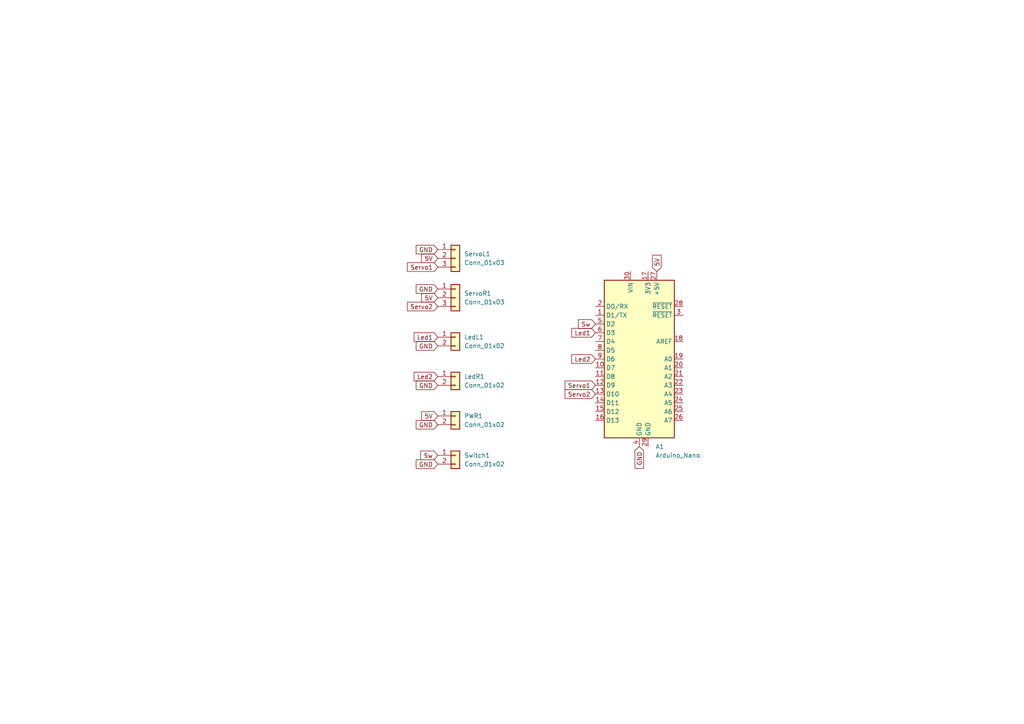
<source format=kicad_sch>
(kicad_sch
	(version 20250114)
	(generator "eeschema")
	(generator_version "9.0")
	(uuid "a9079cb0-8032-4aec-92cd-e8ec86df8e07")
	(paper "A4")
	(lib_symbols
		(symbol "Connector_Generic:Conn_01x02"
			(pin_names
				(offset 1.016)
				(hide yes)
			)
			(exclude_from_sim no)
			(in_bom yes)
			(on_board yes)
			(property "Reference" "J"
				(at 0 2.54 0)
				(effects
					(font
						(size 1.27 1.27)
					)
				)
			)
			(property "Value" "Conn_01x02"
				(at 0 -5.08 0)
				(effects
					(font
						(size 1.27 1.27)
					)
				)
			)
			(property "Footprint" ""
				(at 0 0 0)
				(effects
					(font
						(size 1.27 1.27)
					)
					(hide yes)
				)
			)
			(property "Datasheet" "~"
				(at 0 0 0)
				(effects
					(font
						(size 1.27 1.27)
					)
					(hide yes)
				)
			)
			(property "Description" "Generic connector, single row, 01x02, script generated (kicad-library-utils/schlib/autogen/connector/)"
				(at 0 0 0)
				(effects
					(font
						(size 1.27 1.27)
					)
					(hide yes)
				)
			)
			(property "ki_keywords" "connector"
				(at 0 0 0)
				(effects
					(font
						(size 1.27 1.27)
					)
					(hide yes)
				)
			)
			(property "ki_fp_filters" "Connector*:*_1x??_*"
				(at 0 0 0)
				(effects
					(font
						(size 1.27 1.27)
					)
					(hide yes)
				)
			)
			(symbol "Conn_01x02_1_1"
				(rectangle
					(start -1.27 1.27)
					(end 1.27 -3.81)
					(stroke
						(width 0.254)
						(type default)
					)
					(fill
						(type background)
					)
				)
				(rectangle
					(start -1.27 0.127)
					(end 0 -0.127)
					(stroke
						(width 0.1524)
						(type default)
					)
					(fill
						(type none)
					)
				)
				(rectangle
					(start -1.27 -2.413)
					(end 0 -2.667)
					(stroke
						(width 0.1524)
						(type default)
					)
					(fill
						(type none)
					)
				)
				(pin passive line
					(at -5.08 0 0)
					(length 3.81)
					(name "Pin_1"
						(effects
							(font
								(size 1.27 1.27)
							)
						)
					)
					(number "1"
						(effects
							(font
								(size 1.27 1.27)
							)
						)
					)
				)
				(pin passive line
					(at -5.08 -2.54 0)
					(length 3.81)
					(name "Pin_2"
						(effects
							(font
								(size 1.27 1.27)
							)
						)
					)
					(number "2"
						(effects
							(font
								(size 1.27 1.27)
							)
						)
					)
				)
			)
			(embedded_fonts no)
		)
		(symbol "Connector_Generic:Conn_01x03"
			(pin_names
				(offset 1.016)
				(hide yes)
			)
			(exclude_from_sim no)
			(in_bom yes)
			(on_board yes)
			(property "Reference" "J"
				(at 0 5.08 0)
				(effects
					(font
						(size 1.27 1.27)
					)
				)
			)
			(property "Value" "Conn_01x03"
				(at 0 -5.08 0)
				(effects
					(font
						(size 1.27 1.27)
					)
				)
			)
			(property "Footprint" ""
				(at 0 0 0)
				(effects
					(font
						(size 1.27 1.27)
					)
					(hide yes)
				)
			)
			(property "Datasheet" "~"
				(at 0 0 0)
				(effects
					(font
						(size 1.27 1.27)
					)
					(hide yes)
				)
			)
			(property "Description" "Generic connector, single row, 01x03, script generated (kicad-library-utils/schlib/autogen/connector/)"
				(at 0 0 0)
				(effects
					(font
						(size 1.27 1.27)
					)
					(hide yes)
				)
			)
			(property "ki_keywords" "connector"
				(at 0 0 0)
				(effects
					(font
						(size 1.27 1.27)
					)
					(hide yes)
				)
			)
			(property "ki_fp_filters" "Connector*:*_1x??_*"
				(at 0 0 0)
				(effects
					(font
						(size 1.27 1.27)
					)
					(hide yes)
				)
			)
			(symbol "Conn_01x03_1_1"
				(rectangle
					(start -1.27 3.81)
					(end 1.27 -3.81)
					(stroke
						(width 0.254)
						(type default)
					)
					(fill
						(type background)
					)
				)
				(rectangle
					(start -1.27 2.667)
					(end 0 2.413)
					(stroke
						(width 0.1524)
						(type default)
					)
					(fill
						(type none)
					)
				)
				(rectangle
					(start -1.27 0.127)
					(end 0 -0.127)
					(stroke
						(width 0.1524)
						(type default)
					)
					(fill
						(type none)
					)
				)
				(rectangle
					(start -1.27 -2.413)
					(end 0 -2.667)
					(stroke
						(width 0.1524)
						(type default)
					)
					(fill
						(type none)
					)
				)
				(pin passive line
					(at -5.08 2.54 0)
					(length 3.81)
					(name "Pin_1"
						(effects
							(font
								(size 1.27 1.27)
							)
						)
					)
					(number "1"
						(effects
							(font
								(size 1.27 1.27)
							)
						)
					)
				)
				(pin passive line
					(at -5.08 0 0)
					(length 3.81)
					(name "Pin_2"
						(effects
							(font
								(size 1.27 1.27)
							)
						)
					)
					(number "2"
						(effects
							(font
								(size 1.27 1.27)
							)
						)
					)
				)
				(pin passive line
					(at -5.08 -2.54 0)
					(length 3.81)
					(name "Pin_3"
						(effects
							(font
								(size 1.27 1.27)
							)
						)
					)
					(number "3"
						(effects
							(font
								(size 1.27 1.27)
							)
						)
					)
				)
			)
			(embedded_fonts no)
		)
		(symbol "MCU_Module:Arduino_Nano_v3.x"
			(exclude_from_sim no)
			(in_bom yes)
			(on_board yes)
			(property "Reference" "A"
				(at -10.16 23.495 0)
				(effects
					(font
						(size 1.27 1.27)
					)
					(justify left bottom)
				)
			)
			(property "Value" "Arduino_Nano_v3.x"
				(at 5.08 -24.13 0)
				(effects
					(font
						(size 1.27 1.27)
					)
					(justify left top)
				)
			)
			(property "Footprint" "Module:Arduino_Nano"
				(at 0 0 0)
				(effects
					(font
						(size 1.27 1.27)
						(italic yes)
					)
					(hide yes)
				)
			)
			(property "Datasheet" "http://www.mouser.com/pdfdocs/Gravitech_Arduino_Nano3_0.pdf"
				(at 0 0 0)
				(effects
					(font
						(size 1.27 1.27)
					)
					(hide yes)
				)
			)
			(property "Description" "Arduino Nano v3.x"
				(at 0 0 0)
				(effects
					(font
						(size 1.27 1.27)
					)
					(hide yes)
				)
			)
			(property "ki_keywords" "Arduino nano microcontroller module USB"
				(at 0 0 0)
				(effects
					(font
						(size 1.27 1.27)
					)
					(hide yes)
				)
			)
			(property "ki_fp_filters" "Arduino*Nano*"
				(at 0 0 0)
				(effects
					(font
						(size 1.27 1.27)
					)
					(hide yes)
				)
			)
			(symbol "Arduino_Nano_v3.x_0_1"
				(rectangle
					(start -10.16 22.86)
					(end 10.16 -22.86)
					(stroke
						(width 0.254)
						(type default)
					)
					(fill
						(type background)
					)
				)
			)
			(symbol "Arduino_Nano_v3.x_1_1"
				(pin bidirectional line
					(at -12.7 15.24 0)
					(length 2.54)
					(name "D0/RX"
						(effects
							(font
								(size 1.27 1.27)
							)
						)
					)
					(number "2"
						(effects
							(font
								(size 1.27 1.27)
							)
						)
					)
				)
				(pin bidirectional line
					(at -12.7 12.7 0)
					(length 2.54)
					(name "D1/TX"
						(effects
							(font
								(size 1.27 1.27)
							)
						)
					)
					(number "1"
						(effects
							(font
								(size 1.27 1.27)
							)
						)
					)
				)
				(pin bidirectional line
					(at -12.7 10.16 0)
					(length 2.54)
					(name "D2"
						(effects
							(font
								(size 1.27 1.27)
							)
						)
					)
					(number "5"
						(effects
							(font
								(size 1.27 1.27)
							)
						)
					)
				)
				(pin bidirectional line
					(at -12.7 7.62 0)
					(length 2.54)
					(name "D3"
						(effects
							(font
								(size 1.27 1.27)
							)
						)
					)
					(number "6"
						(effects
							(font
								(size 1.27 1.27)
							)
						)
					)
				)
				(pin bidirectional line
					(at -12.7 5.08 0)
					(length 2.54)
					(name "D4"
						(effects
							(font
								(size 1.27 1.27)
							)
						)
					)
					(number "7"
						(effects
							(font
								(size 1.27 1.27)
							)
						)
					)
				)
				(pin bidirectional line
					(at -12.7 2.54 0)
					(length 2.54)
					(name "D5"
						(effects
							(font
								(size 1.27 1.27)
							)
						)
					)
					(number "8"
						(effects
							(font
								(size 1.27 1.27)
							)
						)
					)
				)
				(pin bidirectional line
					(at -12.7 0 0)
					(length 2.54)
					(name "D6"
						(effects
							(font
								(size 1.27 1.27)
							)
						)
					)
					(number "9"
						(effects
							(font
								(size 1.27 1.27)
							)
						)
					)
				)
				(pin bidirectional line
					(at -12.7 -2.54 0)
					(length 2.54)
					(name "D7"
						(effects
							(font
								(size 1.27 1.27)
							)
						)
					)
					(number "10"
						(effects
							(font
								(size 1.27 1.27)
							)
						)
					)
				)
				(pin bidirectional line
					(at -12.7 -5.08 0)
					(length 2.54)
					(name "D8"
						(effects
							(font
								(size 1.27 1.27)
							)
						)
					)
					(number "11"
						(effects
							(font
								(size 1.27 1.27)
							)
						)
					)
				)
				(pin bidirectional line
					(at -12.7 -7.62 0)
					(length 2.54)
					(name "D9"
						(effects
							(font
								(size 1.27 1.27)
							)
						)
					)
					(number "12"
						(effects
							(font
								(size 1.27 1.27)
							)
						)
					)
				)
				(pin bidirectional line
					(at -12.7 -10.16 0)
					(length 2.54)
					(name "D10"
						(effects
							(font
								(size 1.27 1.27)
							)
						)
					)
					(number "13"
						(effects
							(font
								(size 1.27 1.27)
							)
						)
					)
				)
				(pin bidirectional line
					(at -12.7 -12.7 0)
					(length 2.54)
					(name "D11"
						(effects
							(font
								(size 1.27 1.27)
							)
						)
					)
					(number "14"
						(effects
							(font
								(size 1.27 1.27)
							)
						)
					)
				)
				(pin bidirectional line
					(at -12.7 -15.24 0)
					(length 2.54)
					(name "D12"
						(effects
							(font
								(size 1.27 1.27)
							)
						)
					)
					(number "15"
						(effects
							(font
								(size 1.27 1.27)
							)
						)
					)
				)
				(pin bidirectional line
					(at -12.7 -17.78 0)
					(length 2.54)
					(name "D13"
						(effects
							(font
								(size 1.27 1.27)
							)
						)
					)
					(number "16"
						(effects
							(font
								(size 1.27 1.27)
							)
						)
					)
				)
				(pin power_in line
					(at -2.54 25.4 270)
					(length 2.54)
					(name "VIN"
						(effects
							(font
								(size 1.27 1.27)
							)
						)
					)
					(number "30"
						(effects
							(font
								(size 1.27 1.27)
							)
						)
					)
				)
				(pin power_in line
					(at 0 -25.4 90)
					(length 2.54)
					(name "GND"
						(effects
							(font
								(size 1.27 1.27)
							)
						)
					)
					(number "4"
						(effects
							(font
								(size 1.27 1.27)
							)
						)
					)
				)
				(pin power_out line
					(at 2.54 25.4 270)
					(length 2.54)
					(name "3V3"
						(effects
							(font
								(size 1.27 1.27)
							)
						)
					)
					(number "17"
						(effects
							(font
								(size 1.27 1.27)
							)
						)
					)
				)
				(pin power_in line
					(at 2.54 -25.4 90)
					(length 2.54)
					(name "GND"
						(effects
							(font
								(size 1.27 1.27)
							)
						)
					)
					(number "29"
						(effects
							(font
								(size 1.27 1.27)
							)
						)
					)
				)
				(pin power_out line
					(at 5.08 25.4 270)
					(length 2.54)
					(name "+5V"
						(effects
							(font
								(size 1.27 1.27)
							)
						)
					)
					(number "27"
						(effects
							(font
								(size 1.27 1.27)
							)
						)
					)
				)
				(pin input line
					(at 12.7 15.24 180)
					(length 2.54)
					(name "~{RESET}"
						(effects
							(font
								(size 1.27 1.27)
							)
						)
					)
					(number "28"
						(effects
							(font
								(size 1.27 1.27)
							)
						)
					)
				)
				(pin input line
					(at 12.7 12.7 180)
					(length 2.54)
					(name "~{RESET}"
						(effects
							(font
								(size 1.27 1.27)
							)
						)
					)
					(number "3"
						(effects
							(font
								(size 1.27 1.27)
							)
						)
					)
				)
				(pin input line
					(at 12.7 5.08 180)
					(length 2.54)
					(name "AREF"
						(effects
							(font
								(size 1.27 1.27)
							)
						)
					)
					(number "18"
						(effects
							(font
								(size 1.27 1.27)
							)
						)
					)
				)
				(pin bidirectional line
					(at 12.7 0 180)
					(length 2.54)
					(name "A0"
						(effects
							(font
								(size 1.27 1.27)
							)
						)
					)
					(number "19"
						(effects
							(font
								(size 1.27 1.27)
							)
						)
					)
				)
				(pin bidirectional line
					(at 12.7 -2.54 180)
					(length 2.54)
					(name "A1"
						(effects
							(font
								(size 1.27 1.27)
							)
						)
					)
					(number "20"
						(effects
							(font
								(size 1.27 1.27)
							)
						)
					)
				)
				(pin bidirectional line
					(at 12.7 -5.08 180)
					(length 2.54)
					(name "A2"
						(effects
							(font
								(size 1.27 1.27)
							)
						)
					)
					(number "21"
						(effects
							(font
								(size 1.27 1.27)
							)
						)
					)
				)
				(pin bidirectional line
					(at 12.7 -7.62 180)
					(length 2.54)
					(name "A3"
						(effects
							(font
								(size 1.27 1.27)
							)
						)
					)
					(number "22"
						(effects
							(font
								(size 1.27 1.27)
							)
						)
					)
				)
				(pin bidirectional line
					(at 12.7 -10.16 180)
					(length 2.54)
					(name "A4"
						(effects
							(font
								(size 1.27 1.27)
							)
						)
					)
					(number "23"
						(effects
							(font
								(size 1.27 1.27)
							)
						)
					)
				)
				(pin bidirectional line
					(at 12.7 -12.7 180)
					(length 2.54)
					(name "A5"
						(effects
							(font
								(size 1.27 1.27)
							)
						)
					)
					(number "24"
						(effects
							(font
								(size 1.27 1.27)
							)
						)
					)
				)
				(pin bidirectional line
					(at 12.7 -15.24 180)
					(length 2.54)
					(name "A6"
						(effects
							(font
								(size 1.27 1.27)
							)
						)
					)
					(number "25"
						(effects
							(font
								(size 1.27 1.27)
							)
						)
					)
				)
				(pin bidirectional line
					(at 12.7 -17.78 180)
					(length 2.54)
					(name "A7"
						(effects
							(font
								(size 1.27 1.27)
							)
						)
					)
					(number "26"
						(effects
							(font
								(size 1.27 1.27)
							)
						)
					)
				)
			)
			(embedded_fonts no)
		)
	)
	(global_label "Led1"
		(shape input)
		(at 172.72 96.52 180)
		(fields_autoplaced yes)
		(effects
			(font
				(size 1.27 1.27)
			)
			(justify right)
		)
		(uuid "1967d6f1-a355-48a2-bddf-748e688f8282")
		(property "Intersheetrefs" "${INTERSHEET_REFS}"
			(at 165.2596 96.52 0)
			(effects
				(font
					(size 1.27 1.27)
				)
				(justify right)
				(hide yes)
			)
		)
	)
	(global_label "Sw"
		(shape input)
		(at 127 132.08 180)
		(fields_autoplaced yes)
		(effects
			(font
				(size 1.27 1.27)
			)
			(justify right)
		)
		(uuid "199c17e1-99d2-474e-9b62-3677105612bc")
		(property "Intersheetrefs" "${INTERSHEET_REFS}"
			(at 121.4748 132.08 0)
			(effects
				(font
					(size 1.27 1.27)
				)
				(justify right)
				(hide yes)
			)
		)
	)
	(global_label "Servo1"
		(shape input)
		(at 127 77.47 180)
		(fields_autoplaced yes)
		(effects
			(font
				(size 1.27 1.27)
			)
			(justify right)
		)
		(uuid "1ea9811e-3927-4f72-9841-fd1f69fce2ec")
		(property "Intersheetrefs" "${INTERSHEET_REFS}"
			(at 117.6044 77.47 0)
			(effects
				(font
					(size 1.27 1.27)
				)
				(justify right)
				(hide yes)
			)
		)
	)
	(global_label "5V"
		(shape input)
		(at 127 74.93 180)
		(fields_autoplaced yes)
		(effects
			(font
				(size 1.27 1.27)
			)
			(justify right)
		)
		(uuid "27079a71-d862-402c-a7c5-210ec67b91c7")
		(property "Intersheetrefs" "${INTERSHEET_REFS}"
			(at 121.7167 74.93 0)
			(effects
				(font
					(size 1.27 1.27)
				)
				(justify right)
				(hide yes)
			)
		)
	)
	(global_label "Servo1"
		(shape input)
		(at 172.72 111.76 180)
		(fields_autoplaced yes)
		(effects
			(font
				(size 1.27 1.27)
			)
			(justify right)
		)
		(uuid "301639eb-2926-4c76-bdc6-4bb0db9e65e6")
		(property "Intersheetrefs" "${INTERSHEET_REFS}"
			(at 163.3244 111.76 0)
			(effects
				(font
					(size 1.27 1.27)
				)
				(justify right)
				(hide yes)
			)
		)
	)
	(global_label "5V"
		(shape input)
		(at 190.5 78.74 90)
		(fields_autoplaced yes)
		(effects
			(font
				(size 1.27 1.27)
			)
			(justify left)
		)
		(uuid "47445236-6d29-424e-b3f4-24ecd832d713")
		(property "Intersheetrefs" "${INTERSHEET_REFS}"
			(at 190.5 73.4567 90)
			(effects
				(font
					(size 1.27 1.27)
				)
				(justify left)
				(hide yes)
			)
		)
	)
	(global_label "GND"
		(shape input)
		(at 127 72.39 180)
		(fields_autoplaced yes)
		(effects
			(font
				(size 1.27 1.27)
			)
			(justify right)
		)
		(uuid "60cd7f78-0bff-4526-ad18-6b53d5a3b4fb")
		(property "Intersheetrefs" "${INTERSHEET_REFS}"
			(at 120.1443 72.39 0)
			(effects
				(font
					(size 1.27 1.27)
				)
				(justify right)
				(hide yes)
			)
		)
	)
	(global_label "GND"
		(shape input)
		(at 127 134.62 180)
		(fields_autoplaced yes)
		(effects
			(font
				(size 1.27 1.27)
			)
			(justify right)
		)
		(uuid "729501cb-7315-49b6-84fb-b57e72376c93")
		(property "Intersheetrefs" "${INTERSHEET_REFS}"
			(at 120.1443 134.62 0)
			(effects
				(font
					(size 1.27 1.27)
				)
				(justify right)
				(hide yes)
			)
		)
	)
	(global_label "GND"
		(shape input)
		(at 127 83.82 180)
		(fields_autoplaced yes)
		(effects
			(font
				(size 1.27 1.27)
			)
			(justify right)
		)
		(uuid "72b6e8db-5a95-44f8-ad25-4e30fb8d8c23")
		(property "Intersheetrefs" "${INTERSHEET_REFS}"
			(at 120.1443 83.82 0)
			(effects
				(font
					(size 1.27 1.27)
				)
				(justify right)
				(hide yes)
			)
		)
	)
	(global_label "GND"
		(shape input)
		(at 185.42 129.54 270)
		(fields_autoplaced yes)
		(effects
			(font
				(size 1.27 1.27)
			)
			(justify right)
		)
		(uuid "773cc640-f367-400f-8ac7-81cdd260a26a")
		(property "Intersheetrefs" "${INTERSHEET_REFS}"
			(at 185.42 136.3957 90)
			(effects
				(font
					(size 1.27 1.27)
				)
				(justify right)
				(hide yes)
			)
		)
	)
	(global_label "Servo2"
		(shape input)
		(at 172.72 114.3 180)
		(fields_autoplaced yes)
		(effects
			(font
				(size 1.27 1.27)
			)
			(justify right)
		)
		(uuid "aaba4640-53f4-4a6d-8f70-85b168b469ef")
		(property "Intersheetrefs" "${INTERSHEET_REFS}"
			(at 163.3244 114.3 0)
			(effects
				(font
					(size 1.27 1.27)
				)
				(justify right)
				(hide yes)
			)
		)
	)
	(global_label "GND"
		(shape input)
		(at 127 123.19 180)
		(fields_autoplaced yes)
		(effects
			(font
				(size 1.27 1.27)
			)
			(justify right)
		)
		(uuid "ad913211-1ee5-4572-af04-4136ce4fa613")
		(property "Intersheetrefs" "${INTERSHEET_REFS}"
			(at 120.1443 123.19 0)
			(effects
				(font
					(size 1.27 1.27)
				)
				(justify right)
				(hide yes)
			)
		)
	)
	(global_label "GND"
		(shape input)
		(at 127 111.76 180)
		(fields_autoplaced yes)
		(effects
			(font
				(size 1.27 1.27)
			)
			(justify right)
		)
		(uuid "b206eb0a-4e5f-4a12-a532-6f9b8b4996e8")
		(property "Intersheetrefs" "${INTERSHEET_REFS}"
			(at 120.1443 111.76 0)
			(effects
				(font
					(size 1.27 1.27)
				)
				(justify right)
				(hide yes)
			)
		)
	)
	(global_label "Led2"
		(shape input)
		(at 127 109.22 180)
		(fields_autoplaced yes)
		(effects
			(font
				(size 1.27 1.27)
			)
			(justify right)
		)
		(uuid "bf3517c4-ac80-407f-a712-64b69a91c163")
		(property "Intersheetrefs" "${INTERSHEET_REFS}"
			(at 119.5396 109.22 0)
			(effects
				(font
					(size 1.27 1.27)
				)
				(justify right)
				(hide yes)
			)
		)
	)
	(global_label "GND"
		(shape input)
		(at 127 100.33 180)
		(fields_autoplaced yes)
		(effects
			(font
				(size 1.27 1.27)
			)
			(justify right)
		)
		(uuid "bfbd2a72-4289-4b09-85fb-0137110b35f0")
		(property "Intersheetrefs" "${INTERSHEET_REFS}"
			(at 120.1443 100.33 0)
			(effects
				(font
					(size 1.27 1.27)
				)
				(justify right)
				(hide yes)
			)
		)
	)
	(global_label "Servo2"
		(shape input)
		(at 127 88.9 180)
		(fields_autoplaced yes)
		(effects
			(font
				(size 1.27 1.27)
			)
			(justify right)
		)
		(uuid "ca6222c0-4391-4fea-b431-7dc5c892c5e3")
		(property "Intersheetrefs" "${INTERSHEET_REFS}"
			(at 117.6044 88.9 0)
			(effects
				(font
					(size 1.27 1.27)
				)
				(justify right)
				(hide yes)
			)
		)
	)
	(global_label "Led2"
		(shape input)
		(at 172.72 104.14 180)
		(fields_autoplaced yes)
		(effects
			(font
				(size 1.27 1.27)
			)
			(justify right)
		)
		(uuid "cc83ced6-b8f5-43a9-8dad-89c273d3c339")
		(property "Intersheetrefs" "${INTERSHEET_REFS}"
			(at 165.2596 104.14 0)
			(effects
				(font
					(size 1.27 1.27)
				)
				(justify right)
				(hide yes)
			)
		)
	)
	(global_label "Led1"
		(shape input)
		(at 127 97.79 180)
		(fields_autoplaced yes)
		(effects
			(font
				(size 1.27 1.27)
			)
			(justify right)
		)
		(uuid "d374137a-cc07-495e-95c4-7b3b051aecc5")
		(property "Intersheetrefs" "${INTERSHEET_REFS}"
			(at 119.5396 97.79 0)
			(effects
				(font
					(size 1.27 1.27)
				)
				(justify right)
				(hide yes)
			)
		)
	)
	(global_label "5V"
		(shape input)
		(at 127 120.65 180)
		(fields_autoplaced yes)
		(effects
			(font
				(size 1.27 1.27)
			)
			(justify right)
		)
		(uuid "ea8c5fbc-a462-43d3-8ed6-699df9cf6019")
		(property "Intersheetrefs" "${INTERSHEET_REFS}"
			(at 121.7167 120.65 0)
			(effects
				(font
					(size 1.27 1.27)
				)
				(justify right)
				(hide yes)
			)
		)
	)
	(global_label "Sw"
		(shape input)
		(at 172.72 93.98 180)
		(fields_autoplaced yes)
		(effects
			(font
				(size 1.27 1.27)
			)
			(justify right)
		)
		(uuid "eb1681c9-7d6f-48d3-aba7-ff4589fc63e9")
		(property "Intersheetrefs" "${INTERSHEET_REFS}"
			(at 167.1948 93.98 0)
			(effects
				(font
					(size 1.27 1.27)
				)
				(justify right)
				(hide yes)
			)
		)
	)
	(global_label "5V"
		(shape input)
		(at 127 86.36 180)
		(fields_autoplaced yes)
		(effects
			(font
				(size 1.27 1.27)
			)
			(justify right)
		)
		(uuid "eb189304-5881-492f-aa11-f7fbc2513697")
		(property "Intersheetrefs" "${INTERSHEET_REFS}"
			(at 121.7167 86.36 0)
			(effects
				(font
					(size 1.27 1.27)
				)
				(justify right)
				(hide yes)
			)
		)
	)
	(symbol
		(lib_id "MCU_Module:Arduino_Nano_v3.x")
		(at 185.42 104.14 0)
		(unit 1)
		(exclude_from_sim no)
		(in_bom yes)
		(on_board yes)
		(dnp no)
		(fields_autoplaced yes)
		(uuid "61a73aa3-516b-4fdc-94c2-e612d1e582f4")
		(property "Reference" "A1"
			(at 190.1033 129.54 0)
			(effects
				(font
					(size 1.27 1.27)
				)
				(justify left)
			)
		)
		(property "Value" "Arduino_Nano"
			(at 190.1033 132.08 0)
			(effects
				(font
					(size 1.27 1.27)
				)
				(justify left)
			)
		)
		(property "Footprint" "Module:Arduino_Nano"
			(at 185.42 104.14 0)
			(effects
				(font
					(size 1.27 1.27)
					(italic yes)
				)
				(hide yes)
			)
		)
		(property "Datasheet" "http://www.mouser.com/pdfdocs/Gravitech_Arduino_Nano3_0.pdf"
			(at 185.42 104.14 0)
			(effects
				(font
					(size 1.27 1.27)
				)
				(hide yes)
			)
		)
		(property "Description" "Arduino Nano v3.x"
			(at 185.42 104.14 0)
			(effects
				(font
					(size 1.27 1.27)
				)
				(hide yes)
			)
		)
		(pin "12"
			(uuid "2aa791a4-d77d-4362-85e1-703d91b98d34")
		)
		(pin "4"
			(uuid "1483d419-bd93-4d2b-aba1-53da8cd4e817")
		)
		(pin "18"
			(uuid "ea5c14ad-beb9-49d9-829c-1a0ef5c543a9")
		)
		(pin "22"
			(uuid "12ada46a-c54f-4f56-adb9-a8f5ec6c48bc")
		)
		(pin "3"
			(uuid "4969aad9-b559-44dc-8c13-53e4e484ccea")
		)
		(pin "10"
			(uuid "f69ef910-31d4-4efb-96c8-eda77e05af97")
		)
		(pin "2"
			(uuid "8175d889-ad6d-4dbb-8a89-913ac6a3eebb")
		)
		(pin "19"
			(uuid "69aaf600-a125-49da-aa37-0a54c0461f24")
		)
		(pin "20"
			(uuid "498dc724-c87e-4c4d-81bd-c7d335aecaf4")
		)
		(pin "15"
			(uuid "b0a879a5-b091-4d53-8da6-428a260f26fd")
		)
		(pin "13"
			(uuid "fa176f82-e300-4712-806f-280236489129")
		)
		(pin "5"
			(uuid "eee10ad4-8fa6-42fc-9e69-e1b3fb1e71b7")
		)
		(pin "1"
			(uuid "ca0435f1-721c-47bc-aa90-a9307950d49d")
		)
		(pin "6"
			(uuid "9250827c-a8a6-48f6-a0a5-c05228cc6e54")
		)
		(pin "7"
			(uuid "7ef5164a-ff20-46b3-a692-48235b38f17d")
		)
		(pin "8"
			(uuid "ffaaab94-5389-48fd-9221-f59ce0e4627a")
		)
		(pin "9"
			(uuid "7cc8d481-30eb-45d5-b9d8-45d6e5e1ea67")
		)
		(pin "16"
			(uuid "ab0b0624-0434-4d6b-b561-94be5323a0be")
		)
		(pin "17"
			(uuid "356c2092-e43a-49dd-8b44-89f53ed0f27c")
		)
		(pin "30"
			(uuid "7234792a-2780-46fd-b5ce-1d15f04a05a8")
		)
		(pin "27"
			(uuid "20cdb9d5-16d3-4bf1-a439-18f704f17acd")
		)
		(pin "14"
			(uuid "e1b83b61-5787-444c-a579-119f0b6af4b8")
		)
		(pin "11"
			(uuid "2ddf4265-a1c0-4e9c-a61c-4a62c23239a6")
		)
		(pin "29"
			(uuid "7cc7c556-438e-4474-b9af-7167dd1e3e49")
		)
		(pin "28"
			(uuid "610e5acb-7ad0-483f-8273-b7960dfcdc1e")
		)
		(pin "21"
			(uuid "a6a74c29-eec0-4660-9215-85a6b97a9255")
		)
		(pin "23"
			(uuid "2510861e-0a98-4bd9-942e-47972b2c99fa")
		)
		(pin "24"
			(uuid "6b553b63-a74c-4c4e-8256-760fa0b14ce6")
		)
		(pin "25"
			(uuid "6244011e-7496-47a5-8483-fd253dd552e8")
		)
		(pin "26"
			(uuid "328ac3bb-7a28-4675-8817-85f9fc09ecdd")
		)
		(instances
			(project ""
				(path "/a9079cb0-8032-4aec-92cd-e8ec86df8e07"
					(reference "A1")
					(unit 1)
				)
			)
		)
	)
	(symbol
		(lib_id "Connector_Generic:Conn_01x02")
		(at 132.08 120.65 0)
		(unit 1)
		(exclude_from_sim no)
		(in_bom yes)
		(on_board yes)
		(dnp no)
		(fields_autoplaced yes)
		(uuid "81e243c8-dde1-4917-8282-8997bbd5978c")
		(property "Reference" "PWR1"
			(at 134.62 120.6499 0)
			(effects
				(font
					(size 1.27 1.27)
				)
				(justify left)
			)
		)
		(property "Value" "Conn_01x02"
			(at 134.62 123.1899 0)
			(effects
				(font
					(size 1.27 1.27)
				)
				(justify left)
			)
		)
		(property "Footprint" "Connector_JST:JST_PH_S2B-PH-K_1x02_P2.00mm_Horizontal"
			(at 132.08 120.65 0)
			(effects
				(font
					(size 1.27 1.27)
				)
				(hide yes)
			)
		)
		(property "Datasheet" "~"
			(at 132.08 120.65 0)
			(effects
				(font
					(size 1.27 1.27)
				)
				(hide yes)
			)
		)
		(property "Description" "Generic connector, single row, 01x02, script generated (kicad-library-utils/schlib/autogen/connector/)"
			(at 132.08 120.65 0)
			(effects
				(font
					(size 1.27 1.27)
				)
				(hide yes)
			)
		)
		(pin "2"
			(uuid "71d00835-be86-4b1a-8b33-47ccad75d843")
		)
		(pin "1"
			(uuid "eedb0239-fc39-47a2-b7bf-24f5ccbeaa88")
		)
		(instances
			(project ""
				(path "/a9079cb0-8032-4aec-92cd-e8ec86df8e07"
					(reference "PWR1")
					(unit 1)
				)
			)
		)
	)
	(symbol
		(lib_id "Connector_Generic:Conn_01x03")
		(at 132.08 74.93 0)
		(unit 1)
		(exclude_from_sim no)
		(in_bom yes)
		(on_board yes)
		(dnp no)
		(fields_autoplaced yes)
		(uuid "8ef85ca8-1739-4af7-9554-12b7ae43b4ad")
		(property "Reference" "ServoL1"
			(at 134.62 73.6599 0)
			(effects
				(font
					(size 1.27 1.27)
				)
				(justify left)
			)
		)
		(property "Value" "Conn_01x03"
			(at 134.62 76.1999 0)
			(effects
				(font
					(size 1.27 1.27)
				)
				(justify left)
			)
		)
		(property "Footprint" "Connector_PinHeader_2.54mm:PinHeader_1x03_P2.54mm_Vertical"
			(at 132.08 74.93 0)
			(effects
				(font
					(size 1.27 1.27)
				)
				(hide yes)
			)
		)
		(property "Datasheet" "~"
			(at 132.08 74.93 0)
			(effects
				(font
					(size 1.27 1.27)
				)
				(hide yes)
			)
		)
		(property "Description" "Generic connector, single row, 01x03, script generated (kicad-library-utils/schlib/autogen/connector/)"
			(at 132.08 74.93 0)
			(effects
				(font
					(size 1.27 1.27)
				)
				(hide yes)
			)
		)
		(pin "2"
			(uuid "b1bfffc6-5ffa-4086-a2ba-ff717f65c05c")
		)
		(pin "1"
			(uuid "a7f79474-a768-4d2f-bae4-7476cf9ce67e")
		)
		(pin "3"
			(uuid "5da7b780-d8d9-4a83-9287-c8f54af80c3c")
		)
		(instances
			(project ""
				(path "/a9079cb0-8032-4aec-92cd-e8ec86df8e07"
					(reference "ServoL1")
					(unit 1)
				)
			)
		)
	)
	(symbol
		(lib_id "Connector_Generic:Conn_01x02")
		(at 132.08 132.08 0)
		(unit 1)
		(exclude_from_sim no)
		(in_bom yes)
		(on_board yes)
		(dnp no)
		(fields_autoplaced yes)
		(uuid "9926471b-99de-47e3-b2cd-794420e64dcd")
		(property "Reference" "Switch1"
			(at 134.62 132.0799 0)
			(effects
				(font
					(size 1.27 1.27)
				)
				(justify left)
			)
		)
		(property "Value" "Conn_01x02"
			(at 134.62 134.6199 0)
			(effects
				(font
					(size 1.27 1.27)
				)
				(justify left)
			)
		)
		(property "Footprint" "Connector_JST:JST_PH_S2B-PH-K_1x02_P2.00mm_Horizontal"
			(at 132.08 132.08 0)
			(effects
				(font
					(size 1.27 1.27)
				)
				(hide yes)
			)
		)
		(property "Datasheet" "~"
			(at 132.08 132.08 0)
			(effects
				(font
					(size 1.27 1.27)
				)
				(hide yes)
			)
		)
		(property "Description" "Generic connector, single row, 01x02, script generated (kicad-library-utils/schlib/autogen/connector/)"
			(at 132.08 132.08 0)
			(effects
				(font
					(size 1.27 1.27)
				)
				(hide yes)
			)
		)
		(pin "2"
			(uuid "76b682e4-8fa9-4080-9f63-7dbcd1e2fad2")
		)
		(pin "1"
			(uuid "436a1522-08a7-4544-b24a-8b6499ced559")
		)
		(instances
			(project ""
				(path "/a9079cb0-8032-4aec-92cd-e8ec86df8e07"
					(reference "Switch1")
					(unit 1)
				)
			)
		)
	)
	(symbol
		(lib_id "Connector_Generic:Conn_01x02")
		(at 132.08 97.79 0)
		(unit 1)
		(exclude_from_sim no)
		(in_bom yes)
		(on_board yes)
		(dnp no)
		(fields_autoplaced yes)
		(uuid "b15613c5-26e4-47d1-9459-baca21c27173")
		(property "Reference" "LedL1"
			(at 134.62 97.7899 0)
			(effects
				(font
					(size 1.27 1.27)
				)
				(justify left)
			)
		)
		(property "Value" "Conn_01x02"
			(at 134.62 100.3299 0)
			(effects
				(font
					(size 1.27 1.27)
				)
				(justify left)
			)
		)
		(property "Footprint" "Connector_JST:JST_PH_S2B-PH-K_1x02_P2.00mm_Horizontal"
			(at 132.08 97.79 0)
			(effects
				(font
					(size 1.27 1.27)
				)
				(hide yes)
			)
		)
		(property "Datasheet" "~"
			(at 132.08 97.79 0)
			(effects
				(font
					(size 1.27 1.27)
				)
				(hide yes)
			)
		)
		(property "Description" "Generic connector, single row, 01x02, script generated (kicad-library-utils/schlib/autogen/connector/)"
			(at 132.08 97.79 0)
			(effects
				(font
					(size 1.27 1.27)
				)
				(hide yes)
			)
		)
		(pin "1"
			(uuid "7bdffde5-0bc7-40db-8b84-e04aebba11f6")
		)
		(pin "2"
			(uuid "46c8ad03-c7c8-43b0-98e6-053ebf0312c3")
		)
		(instances
			(project ""
				(path "/a9079cb0-8032-4aec-92cd-e8ec86df8e07"
					(reference "LedL1")
					(unit 1)
				)
			)
		)
	)
	(symbol
		(lib_id "Connector_Generic:Conn_01x03")
		(at 132.08 86.36 0)
		(unit 1)
		(exclude_from_sim no)
		(in_bom yes)
		(on_board yes)
		(dnp no)
		(fields_autoplaced yes)
		(uuid "c32d21f9-586d-437b-9990-6a9d50d48766")
		(property "Reference" "ServoR1"
			(at 134.62 85.0899 0)
			(effects
				(font
					(size 1.27 1.27)
				)
				(justify left)
			)
		)
		(property "Value" "Conn_01x03"
			(at 134.62 87.6299 0)
			(effects
				(font
					(size 1.27 1.27)
				)
				(justify left)
			)
		)
		(property "Footprint" "Connector_PinHeader_2.54mm:PinHeader_1x03_P2.54mm_Vertical"
			(at 132.08 86.36 0)
			(effects
				(font
					(size 1.27 1.27)
				)
				(hide yes)
			)
		)
		(property "Datasheet" "~"
			(at 132.08 86.36 0)
			(effects
				(font
					(size 1.27 1.27)
				)
				(hide yes)
			)
		)
		(property "Description" "Generic connector, single row, 01x03, script generated (kicad-library-utils/schlib/autogen/connector/)"
			(at 132.08 86.36 0)
			(effects
				(font
					(size 1.27 1.27)
				)
				(hide yes)
			)
		)
		(pin "3"
			(uuid "7273975b-18ce-404b-baf4-8ebdc807c35f")
		)
		(pin "1"
			(uuid "b4cdd36c-2f76-493d-a78e-e9729480eef2")
		)
		(pin "2"
			(uuid "1fc8fa91-c589-427c-853c-215ad09986da")
		)
		(instances
			(project ""
				(path "/a9079cb0-8032-4aec-92cd-e8ec86df8e07"
					(reference "ServoR1")
					(unit 1)
				)
			)
		)
	)
	(symbol
		(lib_id "Connector_Generic:Conn_01x02")
		(at 132.08 109.22 0)
		(unit 1)
		(exclude_from_sim no)
		(in_bom yes)
		(on_board yes)
		(dnp no)
		(fields_autoplaced yes)
		(uuid "f8fc7901-b7d6-430f-a76c-40e6a4129c11")
		(property "Reference" "LedR1"
			(at 134.62 109.2199 0)
			(effects
				(font
					(size 1.27 1.27)
				)
				(justify left)
			)
		)
		(property "Value" "Conn_01x02"
			(at 134.62 111.7599 0)
			(effects
				(font
					(size 1.27 1.27)
				)
				(justify left)
			)
		)
		(property "Footprint" "Connector_JST:JST_PH_S2B-PH-K_1x02_P2.00mm_Horizontal"
			(at 132.08 109.22 0)
			(effects
				(font
					(size 1.27 1.27)
				)
				(hide yes)
			)
		)
		(property "Datasheet" "~"
			(at 132.08 109.22 0)
			(effects
				(font
					(size 1.27 1.27)
				)
				(hide yes)
			)
		)
		(property "Description" "Generic connector, single row, 01x02, script generated (kicad-library-utils/schlib/autogen/connector/)"
			(at 132.08 109.22 0)
			(effects
				(font
					(size 1.27 1.27)
				)
				(hide yes)
			)
		)
		(pin "2"
			(uuid "fbb718f2-870a-4e71-916d-57af93e2aee7")
		)
		(pin "1"
			(uuid "5e6ada5f-56d5-4acf-bbe1-afd9968b53e1")
		)
		(instances
			(project ""
				(path "/a9079cb0-8032-4aec-92cd-e8ec86df8e07"
					(reference "LedR1")
					(unit 1)
				)
			)
		)
	)
	(sheet_instances
		(path "/"
			(page "1")
		)
	)
	(embedded_fonts no)
)

</source>
